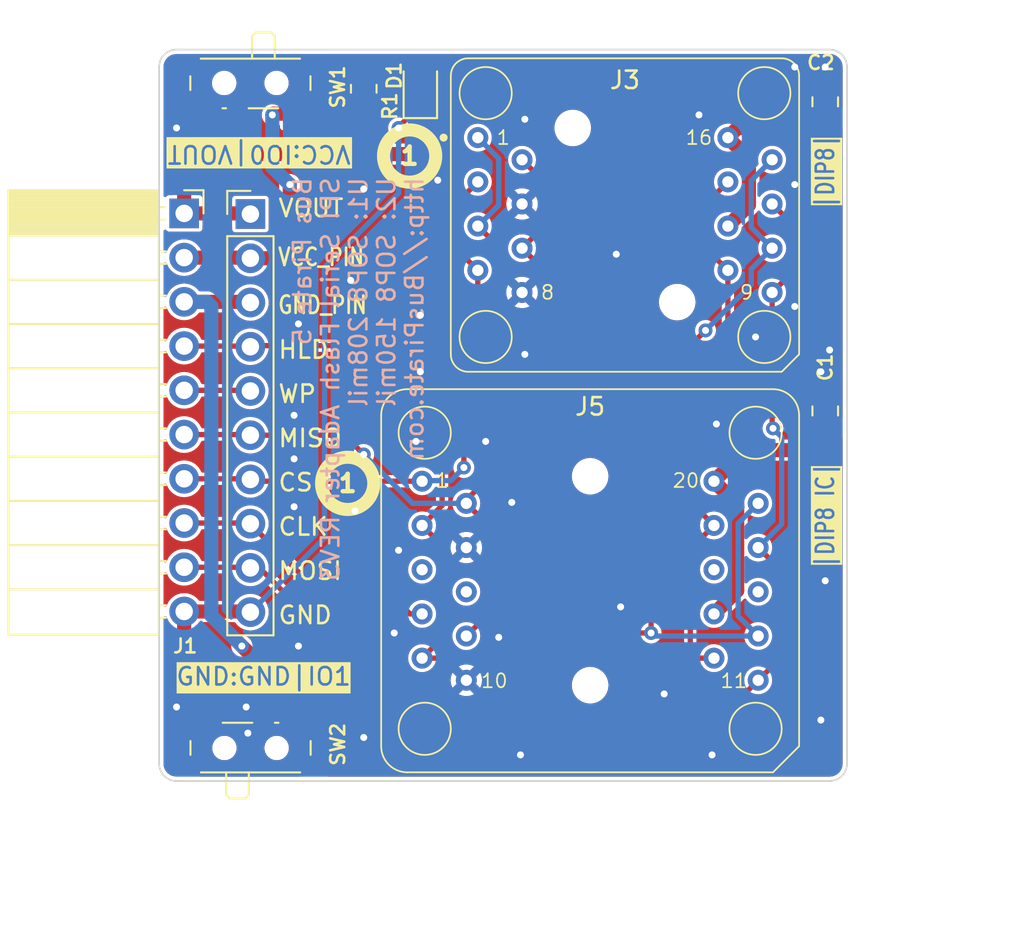
<source format=kicad_pcb>
(kicad_pcb (version 20221018) (generator pcbnew)
  (layers (0 "F.Cu" signal) (31 "B.Cu" signal) (34 "B.Paste" user) (35 "F.Paste" user) (36 "B.SilkS" user "B.Silkscreen") (37 "F.SilkS" user "F.Silkscreen") (38 "B.Mask" user) (39 "F.Mask" user) (44 "Edge.Cuts" user))
  (net 0 "")
  (net 1 "Net-(D1-A)")
  (net 2 "VOUT")
  (net 3 "GND")
  (net 4 "CDI")
  (net 5 "CS")
  (net 6 "SCLK")
  (net 7 "CDO")
  (net 8 "VCC_PIN")
  (net 9 "GND_PIN")
  (net 10 "WP")
  (net 11 "HOLD")
  (net 12 "VCC_CHIP")
  (net 13 "GND_CHIP")
  (footprint "LED_SMD:LED_0805_2012Metric" (layer "F.Cu") (at 152 68.25 90)
    (fp_text reference "D1" (at 0.75 -1.5 90) (layer "F.SilkS") (effects (font (size 0.8 0.8))))
    (fp_text value "LED")
    (fp_line (start -1.685 -0.96) (end -1.685 0.96) (stroke (width 0.12)) (layer "F.SilkS"))
    (fp_line (start -1.685 0.96) (end 1 0.96) (stroke (width 0.12)) (layer "F.SilkS"))
    (fp_line (start 1 -0.96) (end -1.685 -0.96) (stroke (width 0.12)) (layer "F.SilkS"))
    (pad "1" smd roundrect (at -0.9375 0 90) (size 0.975 1.4) (layers "F.Cu" "F.Paste" "F.Mask") (net 3 "GND"))
    (pad "2" smd roundrect (at 0.9375 0 90) (size 0.975 1.4) (layers "F.Cu" "F.Paste" "F.Mask") (net 1 "Net-(D1-A)"))
  )
  (footprint "Capacitor_SMD:C_0805_2012Metric" (layer "F.Cu") (at 175.25 69 90)
    (fp_text reference "C2" (at 2.25 -0.25 180) (layer "F.SilkS") (effects (font (size 0.8 0.8))))
    (fp_text value "0.1uF")
    (fp_line (start -0.261252 -0.735) (end 0.261252 -0.735) (stroke (width 0.12)) (layer "F.SilkS"))
    (fp_line (start -0.261252 0.735) (end 0.261252 0.735) (stroke (width 0.12)) (layer "F.SilkS"))
    (pad "1" smd roundrect (at -0.95 0 90) (size 1 1.45) (layers "F.Cu" "F.Paste" "F.Mask") (net 12 "VCC_CHIP"))
    (pad "2" smd roundrect (at 0.95 0 90) (size 1 1.45) (layers "F.Cu" "F.Paste" "F.Mask") (net 13 "GND_CHIP"))
  )
  (footprint "Button_Switch_SMD:SW_SPDT_PCM12" (layer "F.Cu") (at 142.24 68.25 180)
    (fp_text reference "SW1" (at -5.01 0.104 90) (layer "F.SilkS") (effects (font (size 0.8 0.8))))
    (fp_text value "SW_SPDT")
    (fp_line (start -3.45 -0.07) (end -3.45 0.72) (stroke (width 0.12)) (layer "F.SilkS"))
    (fp_line (start -2.85 1.73) (end 2.85 1.73) (stroke (width 0.12)) (layer "F.SilkS"))
    (fp_line (start -1.6 -1.12) (end 0.1 -1.12) (stroke (width 0.12)) (layer "F.SilkS"))
    (fp_line (start -1.4 1.73) (end -1.4 3.02) (stroke (width 0.12)) (layer "F.SilkS"))
    (fp_line (start -1.4 3.02) (end -1.2 3.23) (stroke (width 0.12)) (layer "F.SilkS"))
    (fp_line (start -1.2 3.23) (end -0.3 3.23) (stroke (width 0.12)) (layer "F.SilkS"))
    (fp_line (start -0.1 3.02) (end -0.3 3.23) (stroke (width 0.12)) (layer "F.SilkS"))
    (fp_line (start -0.1 3.02) (end -0.1 1.73) (stroke (width 0.12)) (layer "F.SilkS"))
    (fp_line (start 1.4 -1.12) (end 1.6 -1.12) (stroke (width 0.12)) (layer "F.SilkS"))
    (fp_line (start 3.45 0.72) (end 3.45 -0.07) (stroke (width 0.12)) (layer "F.SilkS"))
    (pad "" smd rect (at -3.65 -0.78 180) (size 1 0.8) (layers "F.Cu" "F.Paste" "F.Mask"))
    (pad "" smd rect (at -3.65 1.43 180) (size 1 0.8) (layers "F.Cu" "F.Paste" "F.Mask"))
    (pad "" np_thru_hole circle (at -1.5 0.33 180) (size 0.9 0.9) (drill 0.9) (layers "*.Cu" "*.Mask"))
    (pad "" np_thru_hole circle (at 1.5 0.33 180) (size 0.9 0.9) (drill 0.9) (layers "*.Cu" "*.Mask"))
    (pad "" smd rect (at 3.65 -0.78 180) (size 1 0.8) (layers "F.Cu" "F.Paste" "F.Mask"))
    (pad "" smd rect (at 3.65 1.43 180) (size 1 0.8) (layers "F.Cu" "F.Paste" "F.Mask"))
    (pad "1" smd rect (at -2.25 -1.43 180) (size 0.7 1.5) (layers "F.Cu" "F.Paste" "F.Mask") (net 8 "VCC_PIN"))
    (pad "2" smd rect (at 0.75 -1.43 180) (size 0.7 1.5) (layers "F.Cu" "F.Paste" "F.Mask") (net 12 "VCC_CHIP"))
    (pad "3" smd rect (at 2.25 -1.43 180) (size 0.7 1.5) (layers "F.Cu" "F.Paste" "F.Mask") (net 2 "VOUT"))
  )
  (footprint "TEST_SOCKETS:16PIN_SCOKET" (layer "F.Cu") (at 163.75 75.5)
    (fp_text reference "J3" (at 0 -7.75 unlocked) (layer "F.SilkS"))
    (fp_text value "16PIN")
    (fp_text user "16" (at 4.25 -4.445 unlocked) (layer "F.SilkS") (effects (font (size 0.8 0.8) (thickness 0.1))))
    (fp_text user "8" (at -4.445 4.445 unlocked) (layer "F.SilkS") (effects (font (size 0.8 0.8) (thickness 0.1))))
    (fp_text user "9" (at 6.985 4.445 unlocked) (layer "F.SilkS") (effects (font (size 0.8 0.8) (thickness 0.1))))
    (fp_text user "1" (at -6.985 -4.445 unlocked) (layer "F.SilkS") (effects (font (size 0.8 0.8) (thickness 0.1))))
    (fp_line (start -10 8) (end -10 -8) (stroke (width 0.1)) (layer "F.SilkS"))
    (fp_line (start -9 -9) (end 9 -9) (stroke (width 0.1)) (layer "F.SilkS"))
    (fp_line (start 9 9) (end -9 9) (stroke (width 0.1)) (layer "F.SilkS"))
    (fp_line (start 9 9) (end 10 8) (stroke (width 0.1)) (layer "F.SilkS"))
    (fp_line (start 10 -8) (end 10 8) (stroke (width 0.1)) (layer "F.SilkS"))
    (fp_arc (start -10 -8) (mid -9.707107 -8.707107) (end -9 -9) (stroke (width 0.1)) (layer "F.SilkS"))
    (fp_arc (start -9 9) (mid -9.707107 8.707107) (end -10 8) (stroke (width 0.1)) (layer "F.SilkS"))
    (fp_arc (start 9 -9) (mid 9.707107 -8.707107) (end 10 -8) (stroke (width 0.1)) (layer "F.SilkS"))
    (fp_circle (center -10.414 -4.445) (end -10.234395 -4.445) (stroke (width 0.1)) (fill solid) (layer "F.SilkS"))
    (fp_circle (center -8 -7) (end -6.5 -7) (stroke (width 0.1)) (fill none) (layer "F.SilkS"))
    (fp_circle (center -8 7) (end -6.5 7) (stroke (width 0.1)) (fill none) (layer "F.SilkS"))
    (fp_circle (center 8 -7) (end 6.5 -7) (stroke (width 0.1)) (fill none) (layer "F.SilkS"))
    (fp_circle (center 8 7) (end 6.5 7) (stroke (width 0.1)) (fill none) (layer "F.SilkS"))
    (pad "" np_thru_hole circle (at -3 -5) (size 1.6 1.6) (drill 1.6) (layers "F&B.Cu" "*.Mask"))
    (pad "" np_thru_hole circle (at 3 5 180) (size 1.6 1.6) (drill 1.6) (layers "F&B.Cu" "*.Mask"))
    (pad "1" thru_hole circle (at -8.45 -4.445) (size 1.2 1.2) (drill 0.65) (layers "*.Cu" "*.Mask") (net 5 "CS"))
    (pad "2" thru_hole circle (at -5.91 -3.175) (size 1.2 1.2) (drill 0.65) (layers "*.Cu" "*.Mask") (net 4 "CDI"))
    (pad "3" thru_hole circle (at -8.45 -1.905) (size 1.2 1.2) (drill 0.65) (layers "*.Cu" "*.Mask") (net 11 "HOLD"))
    (pad "4" thru_hole circle (at -5.91 -0.635) (size 1.2 1.2) (drill 0.65) (layers "*.Cu" "*.Mask") (net 13 "GND_CHIP"))
    (pad "5" thru_hole circle (at -8.45 0.635) (size 1.2 1.2) (drill 0.65) (layers "*.Cu" "*.Mask") (net 5 "CS"))
    (pad "6" thru_hole circle (at -5.91 1.905) (size 1.2 1.2) (drill 0.65) (layers "*.Cu" "*.Mask") (net 4 "CDI"))
    (pad "7" thru_hole circle (at -8.45 3.175) (size 1.2 1.2) (drill 0.65) (layers "*.Cu" "*.Mask") (net 11 "HOLD"))
    (pad "8" thru_hole circle (at -5.91 4.445) (size 1.2 1.2) (drill 0.65) (layers "*.Cu" "*.Mask") (net 13 "GND_CHIP"))
    (pad "9" thru_hole circle (at 8.45 4.445 180) (size 1.2 1.2) (drill 0.65) (layers "*.Cu" "*.Mask") (net 7 "CDO"))
    (pad "10" thru_hole circle (at 5.91 3.175 180) (size 1.2 1.2) (drill 0.65) (layers "*.Cu" "*.Mask") (net 6 "SCLK"))
    (pad "11" thru_hole circle (at 8.45 1.905 180) (size 1.2 1.2) (drill 0.65) (layers "*.Cu" "*.Mask") (net 11 "HOLD"))
    (pad "12" thru_hole circle (at 5.91 0.635 180) (size 1.2 1.2) (drill 0.65) (layers "*.Cu" "*.Mask") (net 12 "VCC_CHIP"))
    (pad "13" thru_hole circle (at 8.45 -0.635 180) (size 1.2 1.2) (drill 0.65) (layers "*.Cu" "*.Mask") (net 7 "CDO"))
    (pad "14" thru_hole circle (at 5.91 -1.905 180) (size 1.2 1.2) (drill 0.65) (layers "*.Cu" "*.Mask") (net 6 "SCLK"))
    (pad "15" thru_hole circle (at 8.45 -3.175 180) (size 1.2 1.2) (drill 0.65) (layers "*.Cu" "*.Mask") (net 11 "HOLD"))
    (pad "16" thru_hole circle (at 5.91 -4.445 180) (size 1.2 1.2) (drill 0.65) (layers "*.Cu" "*.Mask") (net 12 "VCC_CHIP"))
  )
  (footprint "TEST_SOCKETS:20PIN_SCOKET" (layer "F.Cu") (at 161.75 96.5)
    (fp_text reference "J5" (at 0 -10 unlocked) (layer "F.SilkS"))
    (fp_text value "20PIN")
    (fp_text user "10" (at -5.5 5.75 unlocked) (layer "F.SilkS") (effects (font (size 0.8 0.8) (thickness 0.1))))
    (fp_text user "20" (at 5.5 -5.75 unlocked) (layer "F.SilkS") (effects (font (size 0.8 0.8) (thickness 0.1))))
    (fp_text user "1" (at -8.5 -5.75 unlocked) (layer "F.SilkS") (effects (font (size 0.8 0.8) (thickness 0.1))))
    (fp_text user "11" (at 8.25 5.75 unlocked) (layer "F.SilkS") (effects (font (size 0.8 0.8) (thickness 0.1))))
    (fp_line (start -12 9.5) (end -12 -9.5) (stroke (width 0.1)) (layer "F.SilkS"))
    (fp_line (start -10.5 -11) (end 10.5 -11) (stroke (width 0.1)) (layer "F.SilkS"))
    (fp_line (start 10.5 11) (end -10.5 11) (stroke (width 0.1)) (layer "F.SilkS"))
    (fp_line (start 10.5 11) (end 12 9.5) (stroke (width 0.1)) (layer "F.SilkS"))
    (fp_line (start 12 -9.5) (end 12 9.5) (stroke (width 0.1)) (layer "F.SilkS"))
    (fp_arc (start -12 -9.5) (mid -11.56066 -10.56066) (end -10.5 -11) (stroke (width 0.1)) (layer "F.SilkS"))
    (fp_arc (start -10.5 11) (mid -11.56066 10.56066) (end -12 9.5) (stroke (width 0.1)) (layer "F.SilkS"))
    (fp_arc (start 10.5 -11) (mid 11.56066 -10.56066) (end 12 -9.5) (stroke (width 0.1)) (layer "F.SilkS"))
    (fp_circle (center -12.5 -5.75) (end -12.320395 -5.75) (stroke (width 0.1)) (fill solid) (layer "F.SilkS"))
    (fp_circle (center -9.5 -8.5) (end -8 -8.5) (stroke (width 0.1)) (fill none) (layer "F.SilkS"))
    (fp_circle (center -9.5 8.5) (end -8 8.5) (stroke (width 0.1)) (fill none) (layer "F.SilkS"))
    (fp_circle (center 9.5 -8.5) (end 8 -8.5) (stroke (width 0.1)) (fill none) (layer "F.SilkS"))
    (fp_circle (center 9.5 8.5) (end 8 8.5) (stroke (width 0.1)) (fill none) (layer "F.SilkS"))
    (pad "" np_thru_hole circle (at 0 -6) (size 1.6 1.6) (drill 1.6) (layers "F&B.Cu" "*.Mask"))
    (pad "" np_thru_hole circle (at 0 6) (size 1.6 1.6) (drill 1.6) (layers "F&B.Cu" "*.Mask"))
    (pad "1" thru_hole circle (at -9.65 -5.715) (size 1.2 1.2) (drill 0.65) (layers "*.Cu" "*.Mask") (net 5 "CS"))
    (pad "2" thru_hole circle (at -7.11 -4.445) (size 1.2 1.2) (drill 0.65) (layers "*.Cu" "*.Mask") (net 4 "CDI"))
    (pad "3" thru_hole circle (at -9.65 -3.175) (size 1.2 1.2) (drill 0.65) (layers "*.Cu" "*.Mask") (net 11 "HOLD"))
    (pad "4" thru_hole circle (at -7.11 -1.905) (size 1.2 1.2) (drill 0.65) (layers "*.Cu" "*.Mask") (net 13 "GND_CHIP"))
    (pad "5" thru_hole circle (at -9.65 -0.635) (size 1.2 1.2) (drill 0.65) (layers "*.Cu" "*.Mask"))
    (pad "6" thru_hole circle (at -7.11 0.635) (size 1.2 1.2) (drill 0.65) (layers "*.Cu" "*.Mask"))
    (pad "7" thru_hole circle (at -9.65 1.905) (size 1.2 1.2) (drill 0.65) (layers "*.Cu" "*.Mask") (net 5 "CS"))
    (pad "8" thru_hole circle (at -7.11 3.175) (size 1.2 1.2) (drill 0.65) (layers "*.Cu" "*.Mask") (net 4 "CDI"))
    (pad "9" thru_hole circle (at -9.65 4.445) (size 1.2 1.2) (drill 0.65) (layers "*.Cu" "*.Mask") (net 11 "HOLD"))
    (pad "10" thru_hole circle (at -7.11 5.715) (size 1.2 1.2) (drill 0.65) (layers "*.Cu" "*.Mask") (net 13 "GND_CHIP"))
    (pad "11" thru_hole circle (at 9.65 5.715 180) (size 1.2 1.2) (drill 0.65) (layers "*.Cu" "*.Mask") (net 7 "CDO"))
    (pad "12" thru_hole circle (at 7.11 4.445 180) (size 1.2 1.2) (drill 0.65) (layers "*.Cu" "*.Mask") (net 6 "SCLK"))
    (pad "13" thru_hole circle (at 9.65 3.175 180) (size 1.2 1.2) (drill 0.65) (layers "*.Cu" "*.Mask") (net 11 "HOLD"))
    (pad "14" thru_hole circle (at 7.11 1.905 180) (size 1.2 1.2) (drill 0.65) (layers "*.Cu" "*.Mask") (net 12 "VCC_CHIP"))
    (pad "15" thru_hole circle (at 9.65 0.635 180) (size 1.2 1.2) (drill 0.65) (layers "*.Cu" "*.Mask"))
    (pad "16" thru_hole circle (at 7.11 -0.635 180) (size 1.2 1.2) (drill 0.65) (layers "*.Cu" "*.Mask"))
    (pad "17" thru_hole circle (at 9.65 -1.905 180) (size 1.2 1.2) (drill 0.65) (layers "*.Cu" "*.Mask") (net 7 "CDO"))
    (pad "18" thru_hole circle (at 7.11 -3.175 180) (size 1.2 1.2) (drill 0.65) (layers "*.Cu" "*.Mask") (net 6 "SCLK"))
    (pad "19" thru_hole circle (at 9.65 -4.445 180) (size 1.2 1.2) (drill 0.65) (layers "*.Cu" "*.Mask") (net 11 "HOLD"))
    (pad "20" thru_hole circle (at 7.11 -5.715 180) (size 1.2 1.2) (drill 0.65) (layers "*.Cu" "*.Mask") (net 12 "VCC_CHIP"))
  )
  (footprint "Connector_PinSocket_2.54mm:PinSocket_1x10_P2.54mm_Horizontal" (layer "F.Cu") (at 138.437442 75.405607)
    (fp_text reference "J1" (at 0.062558 24.844393 180) (layer "F.SilkS") (effects (font (size 0.8 0.8))))
    (fp_text value "Conn_01x10" hide)
    (fp_line (start -10.09 -1.33) (end -10.09 24.19) (stroke (width 0.12)) (layer "F.SilkS"))
    (fp_line (start -10.09 -1.33) (end -1.46 -1.33) (stroke (width 0.12)) (layer "F.SilkS"))
    (fp_line (start -10.09 -1.21) (end -1.46 -1.21) (stroke (width 0.12)) (layer "F.SilkS"))
    (fp_line (start -10.09 -1.091905) (end -1.46 -1.091905) (stroke (width 0.12)) (layer "F.SilkS"))
    (fp_line (start -10.09 -0.97381) (end -1.46 -0.97381) (stroke (width 0.12)) (layer "F.SilkS"))
    (fp_line (start -10.09 -0.855715) (end -1.46 -0.855715) (stroke (width 0.12)) (layer "F.SilkS"))
    (fp_line (start -10.09 -0.73762) (end -1.46 -0.73762) (stroke (width 0.12)) (layer "F.SilkS"))
    (fp_line (start -10.09 -0.619525) (end -1.46 -0.619525) (stroke (width 0.12)) (layer "F.SilkS"))
    (fp_line (start -10.09 -0.50143) (end -1.46 -0.50143) (stroke (width 0.12)) (layer "F.SilkS"))
    (fp_line (start -10.09 -0.383335) (end -1.46 -0.383335) (stroke (width 0.12)) (layer "F.SilkS"))
    (fp_line (start -10.09 -0.26524) (end -1.46 -0.26524) (stroke (width 0.12)) (layer "F.SilkS"))
    (fp_line (start -10.09 -0.147145) (end -1.46 -0.147145) (stroke (width 0.12)) (layer "F.SilkS"))
    (fp_line (start -10.09 -0.02905) (end -1.46 -0.02905) (stroke (width 0.12)) (layer "F.SilkS"))
    (fp_line (start -10.09 0.089045) (end -1.46 0.089045) (stroke (width 0.12)) (layer "F.SilkS"))
    (fp_line (start -10.09 0.20714) (end -1.46 0.20714) (stroke (width 0.12)) (layer "F.SilkS"))
    (fp_line (start -10.09 0.325235) (end -1.46 0.325235) (stroke (width 0.12)) (layer "F.SilkS"))
    (fp_line (start -10.09 0.44333) (end -1.46 0.44333) (stroke (width 0.12)) (layer "F.SilkS"))
    (fp_line (start -10.09 0.561425) (end -1.46 0.561425) (stroke (width 0.12)) (layer "F.SilkS"))
    (fp_line (start -10.09 0.67952) (end -1.46 0.67952) (stroke (width 0.12)) (layer "F.SilkS"))
    (fp_line (start -10.09 0.797615) (end -1.46 0.797615) (stroke (width 0.12)) (layer "F.SilkS"))
    (fp_line (start -10.09 0.91571) (end -1.46 0.91571) (stroke (width 0.12)) (layer "F.SilkS"))
    (fp_line (start -10.09 1.033805) (end -1.46 1.033805) (stroke (width 0.12)) (layer "F.SilkS"))
    (fp_line (start -10.09 1.1519) (end -1.46 1.1519) (stroke (width 0.12)) (layer "F.SilkS"))
    (fp_line (start -10.09 1.27) (end -1.46 1.27) (stroke (width 0.12)) (layer "F.SilkS"))
    (fp_line (start -10.09 3.81) (end -1.46 3.81) (stroke (width 0.12)) (layer "F.SilkS"))
    (fp_line (start -10.09 6.35) (end -1.46 6.35) (stroke (width 0.12)) (layer "F.SilkS"))
    (fp_line (start -10.09 8.89) (end -1.46 8.89) (stroke (width 0.12)) (layer "F.SilkS"))
    (fp_line (start -10.09 11.43) (end -1.46 11.43) (stroke (width 0.12)) (layer "F.SilkS"))
    (fp_line (start -10.09 13.97) (end -1.46 13.97) (stroke (width 0.12)) (layer "F.SilkS"))
    (fp_line (start -10.09 16.51) (end -1.46 16.51) (stroke (width 0.12)) (layer "F.SilkS"))
    (fp_line (start -10.09 19.05) (end -1.46 19.05) (stroke (width 0.12)) (layer "F.SilkS"))
    (fp_line (start -10.09 21.59) (end -1.46 21.59) (stroke (width 0.12)) (layer "F.SilkS"))
    (fp_line (start -10.09 24.19) (end -1.46 24.19) (stroke (width 0.12)) (layer "F.SilkS"))
    (fp_line (start -1.46 -1.33) (end -1.46 24.19) (stroke (width 0.12)) (layer "F.SilkS"))
    (fp_line (start -1.46 -0.36) (end -1.11 -0.36) (stroke (width 0.12)) (layer "F.SilkS"))
    (fp_line (start -1.46 0.36) (end -1.11 0.36) (stroke (width 0.12)) (layer "F.SilkS"))
    (fp_line (start -1.46 2.18) (end -1.05 2.18) (stroke (width 0.12)) (layer "F.SilkS"))
    (fp_line (start -1.46 2.9) (end -1.05 2.9) (stroke (width 0.12)) (layer "F.SilkS"))
    (fp_line (start -1.46 4.72) (end -1.05 4.72) (stroke (width 0.12)) (layer "F.SilkS"))
    (fp_line (start -1.46 5.44) (end -1.05 5.44) (stroke (width 0.12)) (layer "F.SilkS"))
    (fp_line (start -1.46 7.26) (end -1.05 7.26) (stroke (width 0.12)) (layer "F.SilkS"))
    (fp_line (start -1.46 7.98) (end -1.05 7.98) (stroke (width 0.12)) (layer "F.SilkS"))
    (fp_line (start -1.46 9.8) (end -1.05 9.8) (stroke (width 0.12)) (layer "F.SilkS"))
    (fp_line (start -1.46 10.52) (end -1.05 10.52) (stroke (width 0.12)) (layer "F.SilkS"))
    (fp_line (start -1.46 12.34) (end -1.05 12.34) (stroke (width 0.12)) (layer "F.SilkS"))
    (fp_line (start -1.46 13.06) (end -1.05 13.06) (stroke (width 0.12)) (layer "F.SilkS"))
    (fp_line (start -1.46 14.88) (end -1.05 14.88) (stroke (width 0.12)) (layer "F.SilkS"))
    (fp_line (start -1.46 15.6) (end -1.05 15.6) (stroke (width 0.12)) (layer "F.SilkS"))
    (fp_line (start -1.46 17.42) (end -1.05 17.42) (stroke (width 0.12)) (layer "F.SilkS"))
    (fp_line (start -1.46 18.14) (end -1.05 18.14) (stroke (width 0.12)) (layer "F.SilkS"))
    (fp_line (start -1.46 19.96) (end -1.05 19.96) (stroke (width 0.12)) (layer "F.SilkS"))
    (fp_line (start -1.46 20.68) (end -1.05 20.68) (stroke (width 0.12)) (layer "F.SilkS"))
    (fp_line (start -1.46 22.5) (end -1.05 22.5) (stroke (width 0.12)) (layer "F.SilkS"))
    (fp_line (start -1.46 23.22) (end -1.05 23.22) (stroke (width 0.12)) (layer "F.SilkS"))
    (fp_line (start 0 -1.33) (end 1.11 -1.33) (stroke (width 0.12)) (layer "F.SilkS"))
    (fp_line (start 1.11 -1.33) (end 1.11 0) (stroke (width 0.12)) (layer "F.SilkS"))
    (pad "1" thru_hole rect (at 0 0) (size 1.7 1.7) (drill 1) (layers "*.Cu" "*.Mask") (net 2 "VOUT"))
    (pad "2" thru_hole oval (at 0 2.54) (size 1.7 1.7) (drill 1) (layers "*.Cu" "*.Mask") (net 8 "VCC_PIN"))
    (pad "3" thru_hole oval (at 0 5.08) (size 1.7 1.7) (drill 1) (layers "*.Cu" "*.Mask") (net 9 "GND_PIN"))
    (pad "4" thru_hole oval (at 0 7.62) (size 1.7 1.7) (drill 1) (layers "*.Cu" "*.Mask") (net 11 "HOLD"))
    (pad "5" thru_hole oval (at 0 10.16) (size 1.7 1.7) (drill 1) (layers "*.Cu" "*.Mask") (net 10 "WP"))
    (pad "6" thru_hole oval (at 0 12.7) (size 1.7 1.7) (drill 1) (layers "*.Cu" "*.Mask") (net 4 "CDI"))
    (pad "7" thru_hole oval (at 0 15.24) (size 1.7 1.7) (drill 1) (layers "*.Cu" "*.Mask") (net 5 "CS"))
    (pad "8" thru_hole oval (at 0 17.78) (size 1.7 1.7) (drill 1) (layers "*.Cu" "*.Mask") (net 6 "SCLK"))
    (pad "9" thru_hole oval (at 0 20.32) (size 1.7 1.7) (drill 1) (layers "*.Cu" "*.Mask") (net 7 "CDO"))
    (pad "10" thru_hole oval (at 0 22.86) (size 1.7 1.7) (drill 1) (layers "*.Cu" "*.Mask") (net 3 "GND"))
  )
  (footprint "Capacitor_SMD:C_0805_2012Metric" (layer "F.Cu") (at 175.25 86.75 90)
    (fp_text reference "C1" (at 2.5 0 90) (layer "F.SilkS") (effects (font (size 0.8 0.8))))
    (fp_text value "0.1uF")
    (fp_line (start -0.261252 -0.735) (end 0.261252 -0.735) (stroke (width 0.12)) (layer "F.SilkS"))
    (fp_line (start -0.261252 0.735) (end 0.261252 0.735) (stroke (width 0.12)) (layer "F.SilkS"))
    (pad "1" smd roundrect (at -0.95 0 90) (size 1 1.45) (layers "F.Cu" "F.Paste" "F.Mask") (net 12 "VCC_CHIP"))
    (pad "2" smd roundrect (at 0.95 0 90) (size 1 1.45) (layers "F.Cu" "F.Paste" "F.Mask") (net 13 "GND_CHIP"))
  )
  (footprint "Connector_PinHeader_2.54mm:PinHeader_1x10_P2.54mm_Vertical" (layer "F.Cu") (at 142.24 75.443)
    (fp_text reference "J2")
    (fp_text value "Conn_01x10" hide)
    (fp_line (start -1.33 -1.33) (end 0 -1.33) (stroke (width 0.12)) (layer "F.SilkS"))
    (fp_line (start -1.33 0) (end -1.33 -1.33) (stroke (width 0.12)) (layer "F.SilkS"))
    (fp_line (start -1.33 1.27) (end -1.33 24.19) (stroke (width 0.12)) (layer "F.SilkS"))
    (fp_line (start -1.33 1.27) (end 1.33 1.27) (stroke (width 0.12)) (layer "F.SilkS"))
    (fp_line (start -1.33 24.19) (end 1.33 24.19) (stroke (width 0.12)) (layer "F.SilkS"))
    (fp_line (start 1.33 1.27) (end 1.33 24.19) (stroke (width 0.12)) (layer "F.SilkS"))
    (pad "1" thru_hole rect (at 0 0) (size 1.7 1.7) (drill 1) (layers "*.Cu" "*.Mask") (net 2 "VOUT"))
    (pad "2" thru_hole oval (at 0 2.54) (size 1.7 1.7) (drill 1) (layers "*.Cu" "*.Mask") (net 8 "VCC_PIN"))
    (pad "3" thru_hole oval (at 0 5.08) (size 1.7 1.7) (drill 1) (layers "*.Cu" "*.Mask") (net 9 "GND_PIN"))
    (pad "4" thru_hole oval (at 0 7.62) (size 1.7 1.7) (drill 1) (layers "*.Cu" "*.Mask") (net 11 "HOLD"))
    (pad "5" thru_hole oval (at 0 10.16) (size 1.7 1.7) (drill 1) (layers "*.Cu" "*.Mask") (net 10 "WP"))
    (pad "6" thru_hole oval (at 0 12.7) (size 1.7 1.7) (drill 1) (layers "*.Cu" "*.Mask") (net 4 "CDI"))
    (pad "7" thru_hole oval (at 0 15.24) (size 1.7 1.7) (drill 1) (layers "*.Cu" "*.Mask") (net 5 "CS"))
    (pad "8" thru_hole oval (at 0 17.78) (size 1.7 1.7) (drill 1) (layers "*.Cu" "*.Mask") (net 6 "SCLK"))
    (pad "9" thru_hole oval (at 0 20.32) (size 1.7 1.7) (drill 1) (layers "*.Cu" "*.Mask") (net 7 "CDO"))
    (pad "10" thru_hole oval (at 0 22.86) (size 1.7 1.7) (drill 1) (layers "*.Cu" "*.Mask") (net 3 "GND"))
  )
  (footprint "Button_Switch_SMD:SW_SPDT_PCM12" (layer "F.Cu") (at 142.25 105.775)
    (fp_text reference "SW2" (at 5.01 0.118 -90) (layer "F.SilkS") (effects (font (size 0.8 0.8))))
    (fp_text value "SW_SPDT")
    (fp_line (start -3.45 -0.07) (end -3.45 0.72) (stroke (width 0.12)) (layer "F.SilkS"))
    (fp_line (start -2.85 1.73) (end 2.85 1.73) (stroke (width 0.12)) (layer "F.SilkS"))
    (fp_line (start -1.6 -1.12) (end 0.1 -1.12) (stroke (width 0.12)) (layer "F.SilkS"))
    (fp_line (start -1.4 1.73) (end -1.4 3.02) (stroke (width 0.12)) (layer "F.SilkS"))
    (fp_line (start -1.4 3.02) (end -1.2 3.23) (stroke (width 0.12)) (layer "F.SilkS"))
    (fp_line (start -1.2 3.23) (end -0.3 3.23) (stroke (width 0.12)) (layer "F.SilkS"))
    (fp_line (start -0.1 3.02) (end -0.3 3.23) (stroke (width 0.12)) (layer "F.SilkS"))
    (fp_line (start -0.1 3.02) (end -0.1 1.73) (stroke (width 0.12)) (layer "F.SilkS"))
    (fp_line (start 1.4 -1.12) (end 1.6 -1.12) (stroke (width 0.12)) (layer "F.SilkS"))
    (fp_line (start 3.45 0.72) (end 3.45 -0.07) (stroke (width 0.12)) (layer "F.SilkS"))
    (pad "" smd rect (at -3.65 -0.78) (size 1 0.8) (layers "F.Cu" "F.Paste" "F.Mask"))
    (pad "" smd rect (at -3.65 1.43) (size 1 0.8) (layers "F.Cu" "F.Paste" "F.Mask"))
    (pad "" np_thru_hole circle (at -1.5 0.33) (size 0.9 0.9) (drill 0.9) (layers "*.Cu" "*.Mask"))
    (pad "" np_thru_hole circle (at 1.5 0.33) (size 0.9 0.9) (drill 0.9) (layers "*.Cu" "*.Mask"))
    (pad "" smd rect (at 3.65 -0.78) (size 1 0.8) (layers "F.Cu" "F.Paste" "F.Mask"))
    (pad "" smd rect (at 3.65 1.43) (size 1 0.8) (layers "F.Cu" "F.Paste" "F.Mask"))
    (pad "1" smd rect (at -2.25 -1.43) (size 0.7 1.5) (layers "F.Cu" "F.Paste" "F.Mask") (net 3 "GND"))
    (pad "2" smd rect (at 0.75 -1.43) (size 0.7 1.5) (layers "F.Cu" "F.Paste" "F.Mask") (net 13 "GND_CHIP"))
    (pad "3" smd rect (at 2.25 -1.43) (size 0.7 1.5) (layers "F.Cu" "F.Paste" "F.Mask") (net 9 "GND_PIN"))
  )
  (footprint "Resistor_SMD:R_0805_2012Metric" (layer "F.Cu") (at 148.75 68.25 90)
    (fp_text reference "R1" (at -1 1.5 90) (layer "F.SilkS") (effects (font (size 0.8 0.8))))
    (fp_text value "2K")
    (fp_line (start -0.227064 -0.735) (end 0.227064 -0.735) (stroke (width 0.12)) (layer "F.SilkS"))
    (fp_line (start -0.227064 0.735) (end 0.227064 0.735) (stroke (width 0.12)) (layer "F.SilkS"))
    (pad "1" smd roundrect (at -0.9125 0 90) (size 1.025 1.4) (layers "F.Cu" "F.Paste" "F.Mask") (roundrect_rratio 0.243902439) (net 2 "VOUT"))
    (pad "2" smd roundrect (at 0.9125 0 90) (size 1.025 1.4) (layers "F.Cu" "F.Paste" "F.Mask") (roundrect_rratio 0.243902439) (net 1 "Net-(D1-A)"))
  )
  (gr_circle (center 151.384 72.112) (end 152.884 72.112) (stroke (width 0.75)) (fill none) (layer "F.SilkS"))
  (gr_circle (center 147.828 90.908) (end 149.328 90.908) (stroke (width 0.75)) (fill none) (layer "F.SilkS"))
  (gr_line (start 138 66) (end 175.5 66) (stroke (width 0.1)) (layer "Edge.Cuts"))
  (gr_line (start 138 108) (end 175.5 108) (stroke (width 0.1)) (layer "Edge.Cuts"))
  (gr_line (start 176.5 107) (end 176.5 67) (stroke (width 0.1)) (layer "Edge.Cuts"))
  (gr_line (start 137 67) (end 137 107) (stroke (width 0.1)) (layer "Edge.Cuts"))
  (gr_arc (start 176.5 107) (mid 176.207107 107.707107) (end 175.5 108) (stroke (width 0.1)) (layer "Edge.Cuts"))
  (gr_arc (start 175.5 66) (mid 176.207107 66.292893) (end 176.5 67) (stroke (width 0.1)) (layer "Edge.Cuts"))
  (gr_arc (start 138 108) (mid 137.292893 107.707107) (end 137 107) (stroke (width 0.1)) (layer "Edge.Cuts"))
  (gr_arc (start 137 67) (mid 137.292893 66.292893) (end 138 66) (stroke (width 0.1)) (layer "Edge.Cuts"))
  (gr_text "Bus Pirate 5\nSPI Serial Flash Adapter REV3\nU1: SOP8 208mil\nU2: SOP8 150mil\nhttp://BusPirate.com" (at 152.25 73.25 90) (layer "B.SilkS") (effects (font (size 1 1)) (justify left bottom mirror)))
  (gr_text "VCC:IO0|VOUT" (at 142.75 72 180) (layer "F.SilkS" knockout) (effects (font (size 1 1))))
  (gr_text "HLD" (at 143.764 83.82) (layer "F.SilkS") (effects (font (size 1 1)) (justify left bottom)))
  (gr_text "WP" (at 143.764 86.36) (layer "F.SilkS") (effects (font (size 1 1)) (justify left bottom)))
  (gr_text "VCC_PIN" (at 143.75 78.5) (layer "F.SilkS") (effects (font (size 1 0.8)) (justify left bottom)))
  (gr_text "MISO" (at 143.764 88.9) (layer "F.SilkS") (effects (font (size 1 1)) (justify left bottom)))
  (gr_text "MOSI" (at 143.764 96.52) (layer "F.SilkS") (effects (font (size 1 1)) (justify left bottom)))
  (gr_text "1" (at 147.828 90.908) (layer "F.SilkS") (effects (font (size 1 1) (thickness 0.25) bold)))
  (gr_text "|DIP8|" (at 175.25 73 90) (layer "F.SilkS" knockout) (effects (font (size 1 0.8))))
  (gr_text "CLK" (at 143.764 93.98) (layer "F.SilkS") (effects (font (size 1 1)) (justify left bottom)))
  (gr_text "VOUT" (at 143.764 75.692) (layer "F.SilkS") (effects (font (size 1 1)) (justify left bottom)))
  (gr_text "GND:GND|IO1" (at 143 102) (layer "F.SilkS" knockout) (effects (font (size 1 1))))
  (gr_text "GND_PIN" (at 143.75 81.25) (layer "F.SilkS") (effects (font (size 1 0.8)) (justify left bottom)))
  (gr_text "GND" (at 143.764 99.06) (layer "F.SilkS") (effects (font (size 1 1)) (justify left bottom)))
  (gr_text "|DIP8 IC|" (at 175.25 92.75 90) (layer "F.SilkS" knockout) (effects (font (size 1 0.8))))
  (gr_text "1" (at 151.384 72.112) (layer "F.SilkS") (effects (font (size 1 1) (thickness 0.25) bold)))
  (gr_text "CS" (at 143.764 91.44) (layer "F.SilkS") (effects (font (size 1 1)) (justify left bottom)))
  (segment (start 148.775 67.3125) (end 148.75 67.3375) (width 0.3048) (layer "F.Cu") (net 1))
  (segment (start 152 67.3125) (end 148.775 67.3125) (width 0.3048) (layer "F.Cu") (net 1))
  (segment (start 140.25 66.75) (end 144.25 66.75) (width 0.3048) (layer "F.Cu") (net 2))
  (segment (start 138.437442 75.405607) (end 142.202607 75.405607) (width 0.8128) (layer "F.Cu") (net 2))
  (segment (start 144.25 66.75) (end 145.5 68) (width 0.3048) (layer "F.Cu") (net 2))
  (segment (start 139.75 68.5) (end 139.75 67.25) (width 0.3048) (layer "F.Cu") (net 2))
  (segment (start 145.5 68) (end 147.25 68) (width 0.3048) (layer "F.Cu") (net 2))
  (segment (start 142.202607 75.405607) (end 142.24 75.443) (width 0.8128) (layer "F.Cu") (net 2))
  (segment (start 139.99 69.68) (end 139.99 68.74) (width 0.3048) (layer "F.Cu") (net 2))
  (segment (start 147.25 68) (end 148.4125 69.1625) (width 0.3048) (layer "F.Cu") (net 2))
  (segment (start 139.99 71.01) (end 139.99 69.68) (width 0.8128) (layer "F.Cu") (net 2))
  (segment (start 138.437442 72.562558) (end 139.99 71.01) (width 0.8128) (layer "F.Cu") (net 2))
  (segment (start 139.99 68.74) (end 139.75 68.5) (width 0.3048) (layer "F.Cu") (net 2))
  (segment (start 138.437442 75.405607) (end 138.437442 72.562558) (width 0.8128) (layer "F.Cu") (net 2))
  (segment (start 139.75 67.25) (end 140.25 66.75) (width 0.3048) (layer "F.Cu") (net 2))
  (segment (start 148.4125 69.1625) (end 148.75 69.1625) (width 0.3048) (layer "F.Cu") (net 2))
  (segment (start 150.75 70.4375) (end 152 69.1875) (width 0.3048) (layer "F.Cu") (net 3))
  (segment (start 138.437442 98.265607) (end 142.202607 98.265607) (width 0.8128) (layer "F.Cu") (net 3))
  (segment (start 142.202607 98.265607) (end 142.24 98.303) (width 0.8128) (layer "F.Cu") (net 3))
  (segment (start 138.437442 100.187442) (end 138.437442 98.265607) (width 0.8128) (layer "F.Cu") (net 3))
  (segment (start 140 101.75) (end 138.437442 100.187442) (width 0.8128) (layer "F.Cu") (net 3))
  (segment (start 140 104.345) (end 140 101.75) (width 0.8128) (layer "F.Cu") (net 3))
  (segment (start 150.75 70.5) (end 150.75 70.4375) (width 0.3048) (layer "F.Cu") (net 3))
  (via (at 150.75 70.5) (size 0.8) (drill 0.4) (layers "F.Cu" "B.Cu") (net 3))
  (segment (start 146.5 78.5) (end 146.5 94.043) (width 0.3048) (layer "B.Cu") (net 3))
  (segment (start 150.75 74.25) (end 146.5 78.5) (width 0.3048) (layer "B.Cu") (net 3))
  (segment (start 146.5 94.043) (end 142.24 98.303) (width 0.3048) (layer "B.Cu") (net 3))
  (segment (start 150.75 70.5) (end 150.75 74.25) (width 0.3048) (layer "B.Cu") (net 3))
  (segment (start 159.25 87.25) (end 159.25 78.815) (width 0.3048) (layer "F.Cu") (net 4))
  (segment (start 159.25 75.995) (end 159.25 73.735) (width 0.3048) (layer "F.Cu") (net 4))
  (segment (start 148.75 89.25) (end 147.643 88.143) (width 0.3048) (layer "F.Cu") (net 4))
  (segment (start 157.84 77.405) (end 159.25 75.995) (width 0.3048) (layer "F.Cu") (net 4))
  (segment (start 159.25 78.815) (end 157.84 77.405) (width 0.3048) (layer "F.Cu") (net 4))
  (segment (start 154.64 92.055) (end 154.64 91.86) (width 0.3048) (layer "F.Cu") (net 4))
  (segment (start 154.64 99.675) (end 156 98.315) (width 0.3048) (layer "F.Cu") (net 4))
  (segment (start 156 93.415) (end 154.64 92.055) (width 0.3048) (layer "F.Cu") (net 4))
  (segment (start 154.64 91.86) (end 159.25 87.25) (width 0.3048) (layer "F.Cu") (net 4))
  (segment (start 156 98.315) (end 156 93.415) (width 0.3048) (layer "F.Cu") (net 4))
  (segment (start 147.643 88.143) (end 142.24 88.143) (width 0.3048) (layer "F.Cu") (net 4))
  (segment (start 159.25 73.735) (end 157.84 72.325) (width 0.3048) (layer "F.Cu") (net 4))
  (segment (start 138.437442 88.105607) (end 142.202607 88.105607) (width 0.3048) (layer "F.Cu") (net 4))
  (via (at 148.75 89.25) (size 0.8) (drill 0.4) (layers "F.Cu" "B.Cu") (net 4))
  (segment (start 148.75 89.25) (end 151.555 92.055) (width 0.3048) (layer "B.Cu") (net 4))
  (segment (start 151.555 92.055) (end 154.64 92.055) (width 0.3048) (layer "B.Cu") (net 4))
  (segment (start 149.75 96.75) (end 149.75 90.785) (width 0.3048) (layer "F.Cu") (net 5))
  (segment (start 154.5 83.5) (end 156.5 81.5) (width 0.3048) (layer "F.Cu") (net 5))
  (segment (start 152.1 98.405) (end 151.405 98.405) (width 0.3048) (layer "F.Cu") (net 5))
  (segment (start 156.5 81.5) (end 156.5 77.335) (width 0.3048) (layer "F.Cu") (net 5))
  (segment (start 151.405 98.405) (end 149.75 96.75) (width 0.3048) (layer "F.Cu") (net 5))
  (segment (start 142.342 90.785) (end 142.24 90.683) (width 0.3048) (layer "F.Cu") (net 5))
  (segment (start 156.5 77.335) (end 155.3 76.135) (width 0.3048) (layer "F.Cu") (net 5))
  (segment (start 154.5 90) (end 154.5 83.5) (width 0.3048) (layer "F.Cu") (net 5))
  (segment (start 152.1 90.785) (end 150.75 90.785) (width 0.3048) (layer "F.Cu") (net 5))
  (segment (start 150.75 90.785) (end 142.342 90.785) (width 0.3048) (layer "F.Cu") (net 5))
  (segment (start 138.437442 90.645607) (end 142.202607 90.645607) (width 0.3048) (layer "F.Cu") (net 5))
  (via (at 154.5 90) (size 0.8) (drill 0.4) (layers "F.Cu" "B.Cu") (net 5))
  (segment (start 153.75 90.75) (end 152.135 90.75) (width 0.3048) (layer "B.Cu") (net 5))
  (segment (start 155.3 71.055) (end 156.5 72.255) (width 0.3048) (layer "B.Cu") (net 5))
  (segment (start 152.135 90.75) (end 152.1 90.785) (width 0.3048) (layer "B.Cu") (net 5))
  (segment (start 156.5 72.255) (end 156.5 74.935) (width 0.3048) (layer "B.Cu") (net 5))
  (segment (start 154.5 90) (end 153.75 90.75) (width 0.3048) (layer "B.Cu") (net 5))
  (segment (start 156.5 74.935) (end 155.3 76.135) (width 0.3048) (layer "B.Cu") (net 5))
  (segment (start 167.5 91.965) (end 167.5 86) (width 0.3048) (layer "F.Cu") (net 6))
  (segment (start 168.86 93.325) (end 167.5 94.685) (width 0.3048) (layer "F.Cu") (net 6))
  (segment (start 167.5 94.685) (end 167.5 100.945) (width 0.3048) (layer "F.Cu") (net 6))
  (segment (start 152.5 103.5) (end 158 103.5) (width 0.3048) (layer "F.Cu") (net 6))
  (segment (start 160.555 100.945) (end 167.5 100.945) (width 0.3048) (layer "F.Cu") (net 6))
  (segment (start 142.24 93.223) (end 142.24 93.24) (width 0.3048) (layer "F.Cu") (net 6))
  (segment (start 168.86 93.325) (end 167.5 91.965) (width 0.3048) (layer "F.Cu") (net 6))
  (segment (start 169.66 78.675) (end 168.25 77.265) (width 0.3048) (layer "F.Cu") (net 6))
  (segment (start 168.25 77.265) (end 168.25 75.005) (width 0.3048) (layer "F.Cu") (net 6))
  (segment (start 167.5 86) (end 169.66 83.84) (width 0.3048) (layer "F.Cu") (net 6))
  (segment (start 138.437442 93.185607) (end 142.202607 93.185607) (width 0.3048) (layer "F.Cu") (net 6))
  (segment (start 169.66 83.84) (end 169.66 78.675) (width 0.3048) (layer "F.Cu") (net 6))
  (segment (start 168.25 75.005) (end 169.66 73.595) (width 0.3048) (layer "F.Cu") (net 6))
  (segment (start 142.24 93.24) (end 152.5 103.5) (width 0.3048) (layer "F.Cu") (net 6))
  (segment (start 158 103.5) (end 160.555 100.945) (width 0.3048) (layer "F.Cu") (net 6))
  (segment (start 167.5 100.945) (end 168.86 100.945) (width 0.3048) (layer "F.Cu") (net 6))
  (segment (start 171.4 102.215) (end 172.75 100.865) (width 0.3048) (layer "F.Cu") (net 7))
  (segment (start 173.5 78.645) (end 173.5 76.165) (width 0.3048) (layer "F.Cu") (net 7))
  (segment (start 172.2 79.945) (end 173.5 78.645) (width 0.3048) (layer "F.Cu") (net 7))
  (segment (start 172.75 100.865) (end 172.75 95.945) (width 0.3048) (layer "F.Cu") (net 7))
  (segment (start 172.75 95.945) (end 171.4 94.595) (width 0.3048) (layer "F.Cu") (net 7))
  (segment (start 172.25 87.75) (end 172.2 87.7) (width 0.3048) (layer "F.Cu") (net 7))
  (segment (start 173.5 76.165) (end 172.2 74.865) (width 0.3048) (layer "F.Cu") (net 7))
  (segment (start 169.115 104.5) (end 171.4 102.215) (width 0.3048) (layer "F.Cu") (net 7))
  (segment (start 172.2 87.7) (end 172.2 79.945) (width 0.3048) (layer "F.Cu") (net 7))
  (segment (start 142.763 95.763) (end 151.5 104.5) (width 0.3048) (layer "F.Cu") (net 7))
  (segment (start 138.437442 95.725607) (end 142.202607 95.725607) (width 0.3048) (layer "F.Cu") (net 7))
  (segment (start 151.5 104.5) (end 169.115 104.5) (width 0.3048) (layer "F.Cu") (net 7))
  (segment (start 142.24 95.763) (end 142.763 95.763) (width 0.3048) (layer "F.Cu") (net 7))
  (via (at 172.25 87.75) (size 0.8) (drill 0.4) (layers "F.Cu" "B.Cu") (net 7))
  (segment (start 172.75 93.245) (end 172.75 88.25) (width 0.3048) (layer "B.Cu") (net 7))
  (segment (start 172.75 88.25) (end 172.25 87.75) (width 0.3048) (layer "B.Cu") (net 7))
  (segment (start 171.4 94.595) (end 172.75 93.245) (width 0.3048) (layer "B.Cu") (net 7))
  (segment (start 142.24 77.983) (end 143.767 77.983) (width 0.8128) (layer "F.Cu") (net 8))
  (segment (start 143.57 69.68) (end 144.49 69.68) (width 0.8128) (layer "F.Cu") (net 8))
  (segment (start 142.202607 77.945607) (end 142.24 77.983) (width 0.8128) (layer "F.Cu") (net 8))
  (segment (start 144.5 77.25) (end 144.5 73.75) (width 0.8128) (layer "F.Cu") (net 8))
  (segment (start 143.767 77.983) (end 144.5 77.25) (width 0.8128) (layer "F.Cu") (net 8))
  (segment (start 138.437442 77.945607) (end 142.202607 77.945607) (width 0.8128) (layer "F.Cu") (net 8))
  (segment (start 143.5 69.75) (end 143.57 69.68) (width 0.8128) (layer "F.Cu") (net 8))
  (via (at 143.5 69.75) (size 0.8) (drill 0.4) (layers "F.Cu" "B.Cu") (net 8))
  (via (at 144.5 73.75) (size 0.8) (drill 0.4) (layers "F.Cu" "B.Cu") (net 8))
  (segment (start 143.5 72.75) (end 144.5 73.75) (width 0.8128) (layer "B.Cu") (net 8))
  (segment (start 143.5 69.75) (end 143.5 72.75) (width 0.8128) (layer "B.Cu") (net 8))
  (segment (start 141.75 100.25) (end 144.5 103) (width 0.8128) (layer "F.Cu") (net 9))
  (segment (start 138.437442 80.485607) (end 142.202607 80.485607) (width 0.8128) (layer "F.Cu") (net 9))
  (segment (start 144.5 103) (end 144.5 104.345) (width 0.8128) (layer "F.Cu") (net 9))
  (via (at 141.75 100.25) (size 0.8) (drill 0.4) (layers "F.Cu" "B.Cu") (net 9))
  (segment (start 140 98.5) (end 140 80.75) (width 0.8128) (layer "B.Cu") (net 9))
  (segment (start 140 80.75) (end 139.735607 80.485607) (width 0.8128) (layer "B.Cu") (net 9))
  (segment (start 141.75 100.25) (end 140 98.5) (width 0.8128) (layer "B.Cu") (net 9))
  (segment (start 139.735607 80.485607) (end 138.437442 80.485607) (width 0.8128) (layer "B.Cu") (net 9))
  (segment (start 138.437442 85.565607) (end 142.202607 85.565607) (width 0.3048) (layer "F.Cu") (net 10))
  (segment (start 154 74.895) (end 154 77.375) (width 0.3048) (layer "F.Cu") (net 11))
  (segment (start 158.25 99.5) (end 156.805 100.945) (width 0.3048) (layer "F.Cu") (net 11))
  (segment (start 165.25 99.5) (end 165.25 85.25) (width 0.3048) (layer "F.Cu") (net 11))
  (segment (start 152.1 93.325) (end 153.25 92.175) (width 0.3048) (layer "F.Cu") (net 11))
  (segment (start 142.303 83) (end 142.24 83.063) (width 0.3048) (layer "F.Cu") (net 11))
  (segment (start 153.25 83) (end 142.303 83) (width 0.3048) (layer "F.Cu") (net 11))
  (segment (start 138.437442 83.025607) (end 142.202607 83.025607) (width 0.3048) (layer "F.Cu") (net 11))
  (segment (start 156.805 100.945) (end 152.1 100.945) (width 0.3048) (layer "F.Cu") (net 11))
  (segment (start 154 77.375) (end 155.3 78.675) (width 0.3048) (layer "F.Cu") (net 11))
  (segment (start 165.25 99.5) (end 158.25 99.5) (width 0.3048) (layer "F.Cu") (net 11))
  (segment (start 153.25 99.795) (end 153.25 94.475) (width 0.3048) (layer "F.Cu") (net 11))
  (segment (start 155.3 73.595) (end 154 74.895) (width 0.3048) (layer "F.Cu") (net 11))
  (segment (start 153.25 94.475) (end 152.1 93.325) (width 0.3048) (layer "F.Cu") (net 11))
  (segment (start 155.3 80.95) (end 155.3 78.675) (width 0.3048) (layer "F.Cu") (net 11))
  (segment (start 153.25 83) (end 155.3 80.95) (width 0.3048) (layer "F.Cu") (net 11))
  (segment (start 153.25 92.175) (end 153.25 83) (width 0.3048) (layer "F.Cu") (net 11))
  (segment (start 165.25 85.25) (end 168.375 82.125) (width 0.3048) (layer "F.Cu") (net 11))
  (segment (start 152.1 100.945) (end 153.25 99.795) (width 0.3048) (layer "F.Cu") (net 11))
  (via (at 165.25 99.5) (size 0.8) (drill 0.4) (layers "F.Cu" "B.Cu") (net 11))
  (via (at 168.375 82.125) (size 0.8) (drill 0.4) (layers "F.Cu" "B.Cu") (net 11))
  (segment (start 171 73.525) (end 171 76.205) (width 0.3048) (layer "B.Cu") (net 11))
  (segment (start 168.375 82.125) (end 171 79.5) (width 0.3048) (layer "B.Cu") (net 11))
  (segment (start 165.425 99.675) (end 171.4 99.675) (width 0.3048) (layer "B.Cu") (net 11))
  (segment (start 171 76.205) (end 172.2 77.405) (width 0.3048) (layer "B.Cu") (net 11))
  (segment (start 171 79.5) (end 171 78.605) (width 0.3048) (layer "B.Cu") (net 11))
  (segment (start 170.25 98.525) (end 170.25 93.205) (width 0.3048) (layer "B.Cu") (net 11))
  (segment (start 170.25 93.205) (end 171.4 92.055) (width 0.3048) (layer "B.Cu") (net 11))
  (segment (start 171.4 99.675) (end 170.25 98.525) (width 0.3048) (layer "B.Cu") (net 11))
  (segment (start 172.2 72.325) (end 171 73.525) (width 0.3048) (layer "B.Cu") (net 11))
  (segment (start 165.25 99.5) (end 165.425 99.675) (width 0.3048) (layer "B.Cu") (net 11))
  (segment (start 171 78.605) (end 172.2 77.405) (width 0.3048) (layer "B.Cu") (net 11))
  (segment (start 170.215 70.5) (end 169.66 71.055) (width 0.8128) (layer "F.Cu") (net 12))
  (segment (start 168.86 90.785) (end 170.1936 92.1186) (width 0.8128) (layer "F.Cu") (net 12))
  (segment (start 142.5 72) (end 141.49 70.99) (width 0.8128) (layer "F.Cu") (net 12))
  (segment (start 155.75 68.25) (end 152 72) (width 0.8128) (layer "F.Cu") (net 12))
  (segment (start 170.8664 72.2614) (end 169.66 71.055) (width 0.8128) (layer "F.Cu") (net 12))
  (segment (start 174.95 69.95) (end 173.25 68.25) (width 0.8128) (layer "F.Cu") (net 12))
  (segment (start 170.645 89) (end 168.86 90.785) (width 0.8128) (layer "F.Cu") (net 12))
  (segment (start 175.25 81.25) (end 175.25 69.95) (width 0.8128) (layer "F.Cu") (net 12))
  (segment (start 173.75 89) (end 170.645 89) (width 0.8128) (layer "F.Cu") (net 12))
  (segment (start 175.25 69.95) (end 174.95 69.95) (width 0.8128) (layer "F.Cu") (net 12))
  (segment (start 169.66 76.135) (end 170.8664 74.9286) (width 0.8128) (layer "F.Cu") (net 12))
  (segment (start 174.45 87.7) (end 173.5 86.75) (width 0.8128) (layer "F.Cu") (net 12))
  (segment (start 170.1936 97.0714) (end 168.86 98.405) (width 0.8128) (layer "F.Cu") (net 12))
  (segment (start 175.25 87.7) (end 174.45 87.7) (width 0.8128) (layer "F.Cu") (net 12))
  (segment (start 141.49 70.99) (end 141.49 69.68) (width 0.8128) (layer "F.Cu") (net 12))
  (segment (start 175.25 87.7) (end 175.05 87.7) (width 0.8128) (layer "F.Cu") (net 12))
  (segment (start 174.7 70.5) (end 170.215 70.5) (width 0.8128) (layer "F.Cu") (net 12))
  (segment (start 173.25 68.25) (end 155.75 68.25) (width 0.8128) (layer "F.Cu") (net 12))
  (segment (start 170.8664 74.9286) (end 170.8664 72.2614) (width 0.8128) (layer "F.Cu") (net 12))
  (segment (start 175.25 69.95) (end 174.7 70.5) (width 0.8128) (layer "F.Cu") (net 12))
  (segment (start 173.5 83) (end 175.25 81.25) (width 0.8128) (layer "F.Cu") (net 12))
  (segment (start 173.5 86.75) (end 173.5 83) (width 0.8128) (layer "F.Cu") (net 12))
  (segment (start 170.1936 92.1186) (end 170.1936 97.0714) (width 0.8128) (layer "F.Cu") (net 12))
  (segment (start 175.05 87.7) (end 173.75 89) (width 0.8128) (layer "F.Cu") (net 12))
  (segment (start 152 72) (end 142.5 72) (width 0.8128) (layer "F.Cu") (net 12))
  (segment (start 142.095 105.25) (end 142.5 105.25) (width 0.8128) (layer "F.Cu") (net 13))
  (segment (start 143 104.75) (end 143 104.345) (width 0.8128) (layer "F.Cu") (net 13))
  (segment (start 142 103.75) (end 142.5 103.75) (width 0.8128) (layer "F.Cu") (net 13))
  (segment (start 143 104.25) (end 143 104.345) (width 0.8128) (layer "F.Cu") (net 13))
  (segment (start 142.5 103.75) (end 143 104.25) (width 0.8128) (layer "F.Cu") (net 13))
  (segment (start 142.5 105.25) (end 143 104.75) (width 0.8128) (layer "F.Cu") (net 13))
  (via (at 173.5 80.75) (size 0.8) (drill 0.4) (layers "F.Cu" "B.Cu") (net 13))
  (via (at 166 103) (size 0.8) (drill 0.4) (layers "F.Cu" "B.Cu") (net 13))
  (via (at 148.25 92.5) (size 0.8) (drill 0.4) (layers "F.Cu" "B.Cu") (net 13))
  (via (at 144.75 87) (size 0.8) (drill 0.4) (layers "F.Cu" "B.Cu") (net 13))
  (via (at 168 69.75) (size 0.8) (drill 0.4) (layers "F.Cu" "B.Cu") (net 13))
  (via (at 152 81.25) (size 0.8) (drill 0.4) (layers "F.Cu" "B.Cu") (net 13))
  (via (at 168.75 106.5) (size 0.8) (drill 0.4) (layers "F.Cu" "B.Cu") (net 13))
  (via (at 144.75 92.25) (size 0.8) (drill 0.4) (layers "F.Cu" "B.Cu") (net 13))
  (via (at 171.25 82.5) (size 0.8) (drill 0.4) (layers "F.Cu" "B.Cu") (net 13))
  (via (at 158 70) (size 0.8) (drill 0.4) (layers "F.Cu" "B.Cu") (net 13))
  (via (at 175 104.5) (size 0.8) (drill 0.4) (layers "F.Cu" "B.Cu") (net 13))
  (via (at 157.75 106.5) (size 0.8) (drill 0.4) (layers "F.Cu" "B.Cu") (net 13))
  (via (at 144.75 89.5) (size 0.8) (drill 0.4) (layers "F.Cu" "B.Cu") (net 13))
  (via (at 173.5 73.75) (size 0.8) (drill 0.4) (layers "F.Cu" "B.Cu") (net 13))
  (via (at 175 84.5) (size 0.8) (drill 0.4) (layers "F.Cu" "B.Cu") (net 13))
  (via (at 145 100.25) (size 0.8) (drill 0.4) (layers "F.Cu" "B.Cu") (net 13))
  (via (at 142.095 105.25) (size 0.8) (drill 0.4) (layers "F.Cu" "B.Cu") (net 13))
  (via (at 148.75 105.5) (size 0.8) (drill 0.4) (layers "F.Cu" "B.Cu") (net 13))
  (via (at 138 103.75) (size 0.8) (drill 0.4) (layers "F.Cu" "B.Cu") (net 13))
  (via (at 158 83.5) (size 0.8) (drill 0.4) (layers "F.Cu" "B.Cu") (net 13))
  (via (at 157.25 92) (size 0.8) (drill 0.4) (layers "F.Cu" "B.Cu") (net 13))
  (via (at 138 70.5) (size 0.8) (drill 0.4) (layers "F.Cu" "B.Cu") (net 13))
  (via (at 163.5 98) (size 0.8) (drill 0.4) (layers "F.Cu" "B.Cu") (net 13))
  (via (at 156.5 99.75) (size 0.8) (drill 0.4) (layers "F.Cu" "B.Cu") (net 13))
  (via (at 145 81.75) (size 0.8) (drill 0.4) (layers "F.Cu" "B.Cu") (net 13))
  (via (at 148 79.25) (size 0.8) (drill 0.4) (layers "F.Cu" "B.Cu") (net 13))
  (via (at 175.25 67) (size 0.8) (drill 0.4) (layers "F.Cu" "B.Cu") (net 13))
  (via (at 153 73.5) (size 0.8) (drill 0.4) (layers "F.Cu" "B.Cu") (net 13))
  (via (at 148.75 74) (size 0.8) (drill 0.4) (layers "F.Cu" "B.Cu") (net 13))
  (via (at 175.5 83.25) (size 0.8) (drill 0.4) (layers "F.Cu" "B.Cu") (net 13))
  (via (at 150.75 94.75) (size 0.8) (drill 0.4) (layers "F.Cu" "B.Cu") (net 13))
  (via (at 163.25 77.75) (size 0.8) (drill 0.4) (layers "F.Cu" "B.Cu") (net 13))
  (via (at 142 103.75) (size 0.8) (drill 0.4) (layers "F.Cu" "B.Cu") (net 13))
  (via (at 150.5 99.5) (size 0.8) (drill 0.4) (layers "F.Cu" "B.Cu") (net 13))
  (via (at 151.75 88.5) (size 0.8) (drill 0.4) (layers "F.Cu" "B.Cu") (net 13))
  (via (at 169 87.5) (size 0.8) (drill 0.4) (layers "F.Cu" "B.Cu") (net 13))
  (via (at 173.5 67) (size 0.8) (drill 0.4) (layers "F.Cu" "B.Cu") (net 13))
  (via (at 152 84.5) (size 0.8) (drill 0.4) (layers "F.Cu" "B.Cu") (net 13))
  (via (at 155.75 88.5) (size 0.8) (drill 0.4) (layers "F.Cu" "B.Cu") (net 13))
  (via (at 175.25 96.5) (size 0.8) (drill 0.4) (layers "F.Cu" "B.Cu") (net 13))
  (zone (net 13) (net_name "GND_CHIP") (layers "F&B.Cu") (connect_pads thru_hole_only (clearance 0.2)) (min_thickness 0.2) (fill yes (thermal_gap 0.3) (thermal_bridge_width 0.5) (smoothing fillet) (radius 0.5))
    (polygon (pts (xy 137 66) (xy 176.5 66) (xy 176.5 108) (xy 137 108)))
  )
)
</source>
